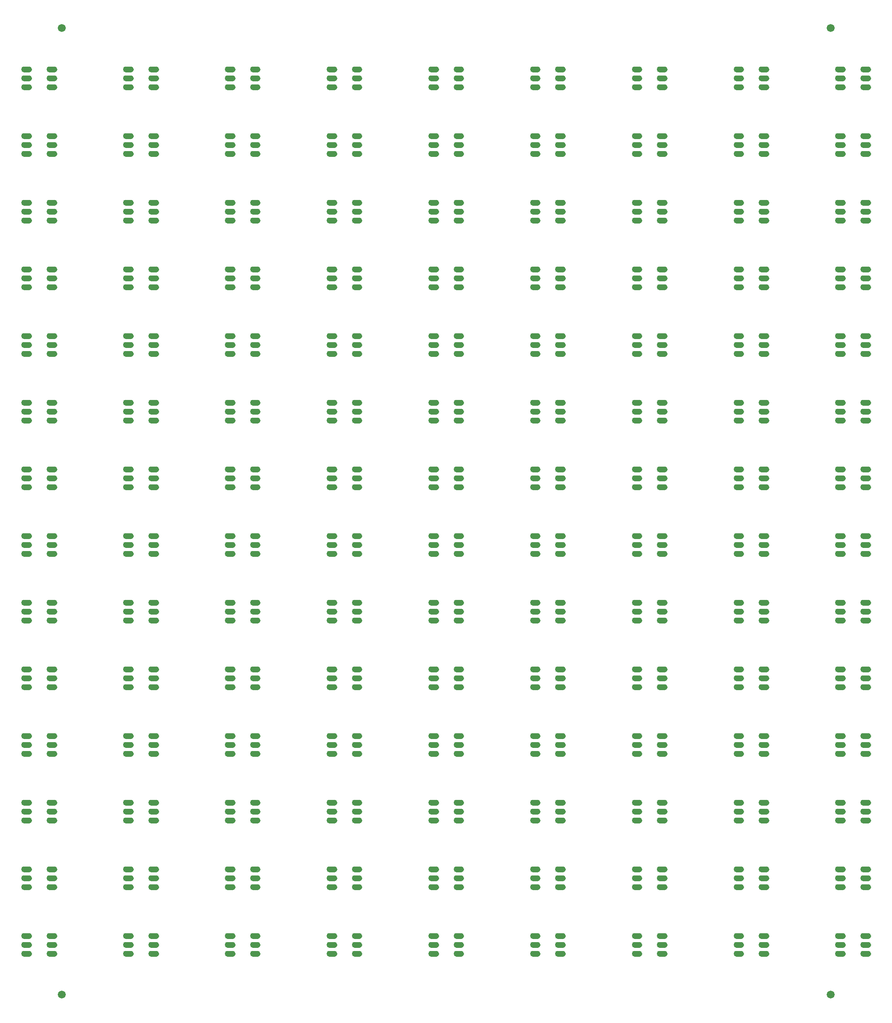
<source format=gbr>
*
%FSLAX24Y24*%
%MOIN*%
%ADD10C,0.043310*%
%ADD11C,0.059060*%
%IPPOS*%
%LNtop-paste.gbr*%
%LPD*%
G75*
G54D10*
X003178Y003969D02*
X003532D01*
X003178D03*
X003532D01*
D03*
Y004638D02*
X003178D01*
D03*
X003532D01*
D03*
Y005307D02*
X003178D01*
D03*
X003532D01*
D03*
X005068D02*
X005422D01*
X005068D03*
X005422D01*
D03*
Y004638D02*
X005068D01*
D03*
X005422D01*
D03*
Y003969D02*
X005068D01*
D03*
X005422D01*
D03*
X003178Y008969D02*
X003532D01*
X003178D03*
X003532D01*
D03*
Y009638D02*
X003178D01*
D03*
X003532D01*
D03*
Y010307D02*
X003178D01*
D03*
X003532D01*
D03*
X005068D02*
X005422D01*
X005068D03*
X005422D01*
D03*
Y009638D02*
X005068D01*
D03*
X005422D01*
D03*
Y008969D02*
X005068D01*
D03*
X005422D01*
D03*
X003178Y013969D02*
X003532D01*
X003178D03*
X003532D01*
D03*
Y014638D02*
X003178D01*
D03*
X003532D01*
D03*
Y015307D02*
X003178D01*
D03*
X003532D01*
D03*
X005068D02*
X005422D01*
X005068D03*
X005422D01*
D03*
Y014638D02*
X005068D01*
D03*
X005422D01*
D03*
Y013969D02*
X005068D01*
D03*
X005422D01*
D03*
X003178Y018969D02*
X003532D01*
X003178D03*
X003532D01*
D03*
Y019638D02*
X003178D01*
D03*
X003532D01*
D03*
Y020307D02*
X003178D01*
D03*
X003532D01*
D03*
X005068D02*
X005422D01*
X005068D03*
X005422D01*
D03*
Y019638D02*
X005068D01*
D03*
X005422D01*
D03*
Y018969D02*
X005068D01*
D03*
X005422D01*
D03*
X003178Y023969D02*
X003532D01*
X003178D03*
X003532D01*
D03*
Y024638D02*
X003178D01*
D03*
X003532D01*
D03*
Y025307D02*
X003178D01*
D03*
X003532D01*
D03*
X005068D02*
X005422D01*
X005068D03*
X005422D01*
D03*
Y024638D02*
X005068D01*
D03*
X005422D01*
D03*
Y023969D02*
X005068D01*
D03*
X005422D01*
D03*
X003178Y028969D02*
X003532D01*
X003178D03*
X003532D01*
D03*
Y029638D02*
X003178D01*
D03*
X003532D01*
D03*
Y030307D02*
X003178D01*
D03*
X003532D01*
D03*
X005068D02*
X005422D01*
X005068D03*
X005422D01*
D03*
Y029638D02*
X005068D01*
D03*
X005422D01*
D03*
Y028969D02*
X005068D01*
D03*
X005422D01*
D03*
X003178Y033969D02*
X003532D01*
X003178D03*
X003532D01*
D03*
Y034638D02*
X003178D01*
D03*
X003532D01*
D03*
Y035307D02*
X003178D01*
D03*
X003532D01*
D03*
X005068D02*
X005422D01*
X005068D03*
X005422D01*
D03*
Y034638D02*
X005068D01*
D03*
X005422D01*
D03*
Y033969D02*
X005068D01*
D03*
X005422D01*
D03*
X003178Y038969D02*
X003532D01*
X003178D03*
X003532D01*
D03*
Y039638D02*
X003178D01*
D03*
X003532D01*
D03*
Y040307D02*
X003178D01*
D03*
X003532D01*
D03*
X005068D02*
X005422D01*
X005068D03*
X005422D01*
D03*
Y039638D02*
X005068D01*
D03*
X005422D01*
D03*
Y038969D02*
X005068D01*
D03*
X005422D01*
D03*
X003178Y043969D02*
X003532D01*
X003178D03*
X003532D01*
D03*
Y044638D02*
X003178D01*
D03*
X003532D01*
D03*
Y045307D02*
X003178D01*
D03*
X003532D01*
D03*
X005068D02*
X005422D01*
X005068D03*
X005422D01*
D03*
Y044638D02*
X005068D01*
D03*
X005422D01*
D03*
Y043969D02*
X005068D01*
D03*
X005422D01*
D03*
X003178Y048969D02*
X003532D01*
X003178D03*
X003532D01*
D03*
Y049638D02*
X003178D01*
D03*
X003532D01*
D03*
Y050307D02*
X003178D01*
D03*
X003532D01*
D03*
X005068D02*
X005422D01*
X005068D03*
X005422D01*
D03*
Y049638D02*
X005068D01*
D03*
X005422D01*
D03*
Y048969D02*
X005068D01*
D03*
X005422D01*
D03*
X003178Y053969D02*
X003532D01*
X003178D03*
X003532D01*
D03*
Y054638D02*
X003178D01*
D03*
X003532D01*
D03*
Y055307D02*
X003178D01*
D03*
X003532D01*
D03*
X005068D02*
X005422D01*
X005068D03*
X005422D01*
D03*
Y054638D02*
X005068D01*
D03*
X005422D01*
D03*
Y053969D02*
X005068D01*
D03*
X005422D01*
D03*
X003178Y058969D02*
X003532D01*
X003178D03*
X003532D01*
D03*
Y059638D02*
X003178D01*
D03*
X003532D01*
D03*
Y060307D02*
X003178D01*
D03*
X003532D01*
D03*
X005068D02*
X005422D01*
X005068D03*
X005422D01*
D03*
Y059638D02*
X005068D01*
D03*
X005422D01*
D03*
Y058969D02*
X005068D01*
D03*
X005422D01*
D03*
X003178Y063969D02*
X003532D01*
X003178D03*
X003532D01*
D03*
Y064638D02*
X003178D01*
D03*
X003532D01*
D03*
Y065307D02*
X003178D01*
D03*
X003532D01*
D03*
X005068D02*
X005422D01*
X005068D03*
X005422D01*
D03*
Y064638D02*
X005068D01*
D03*
X005422D01*
D03*
Y063969D02*
X005068D01*
D03*
X005422D01*
D03*
X003178Y068969D02*
X003532D01*
X003178D03*
X003532D01*
D03*
Y069638D02*
X003178D01*
D03*
X003532D01*
D03*
Y070307D02*
X003178D01*
D03*
X003532D01*
D03*
X005068D02*
X005422D01*
X005068D03*
X005422D01*
D03*
Y069638D02*
X005068D01*
D03*
X005422D01*
D03*
Y068969D02*
X005068D01*
D03*
X005422D01*
D03*
X010808Y003969D02*
X011162D01*
X010808D03*
X011162D01*
D03*
Y004638D02*
X010808D01*
D03*
X011162D01*
D03*
Y005307D02*
X010808D01*
D03*
X011162D01*
D03*
X012698D02*
X013052D01*
X012698D03*
X013052D01*
D03*
Y004638D02*
X012698D01*
D03*
X013052D01*
D03*
Y003969D02*
X012698D01*
D03*
X013052D01*
D03*
X010808Y008969D02*
X011162D01*
X010808D03*
X011162D01*
D03*
Y009638D02*
X010808D01*
D03*
X011162D01*
D03*
Y010307D02*
X010808D01*
D03*
X011162D01*
D03*
X012698D02*
X013052D01*
X012698D03*
X013052D01*
D03*
Y009638D02*
X012698D01*
D03*
X013052D01*
D03*
Y008969D02*
X012698D01*
D03*
X013052D01*
D03*
X010808Y013969D02*
X011162D01*
X010808D03*
X011162D01*
D03*
Y014638D02*
X010808D01*
D03*
X011162D01*
D03*
Y015307D02*
X010808D01*
D03*
X011162D01*
D03*
X012698D02*
X013052D01*
X012698D03*
X013052D01*
D03*
Y014638D02*
X012698D01*
D03*
X013052D01*
D03*
Y013969D02*
X012698D01*
D03*
X013052D01*
D03*
X010808Y018969D02*
X011162D01*
X010808D03*
X011162D01*
D03*
Y019638D02*
X010808D01*
D03*
X011162D01*
D03*
Y020307D02*
X010808D01*
D03*
X011162D01*
D03*
X012698D02*
X013052D01*
X012698D03*
X013052D01*
D03*
Y019638D02*
X012698D01*
D03*
X013052D01*
D03*
Y018969D02*
X012698D01*
D03*
X013052D01*
D03*
X010808Y023969D02*
X011162D01*
X010808D03*
X011162D01*
D03*
Y024638D02*
X010808D01*
D03*
X011162D01*
D03*
Y025307D02*
X010808D01*
D03*
X011162D01*
D03*
X012698D02*
X013052D01*
X012698D03*
X013052D01*
D03*
Y024638D02*
X012698D01*
D03*
X013052D01*
D03*
Y023969D02*
X012698D01*
D03*
X013052D01*
D03*
X010808Y028969D02*
X011162D01*
X010808D03*
X011162D01*
D03*
Y029638D02*
X010808D01*
D03*
X011162D01*
D03*
Y030307D02*
X010808D01*
D03*
X011162D01*
D03*
X012698D02*
X013052D01*
X012698D03*
X013052D01*
D03*
Y029638D02*
X012698D01*
D03*
X013052D01*
D03*
Y028969D02*
X012698D01*
D03*
X013052D01*
D03*
X010808Y033969D02*
X011162D01*
X010808D03*
X011162D01*
D03*
Y034638D02*
X010808D01*
D03*
X011162D01*
D03*
Y035307D02*
X010808D01*
D03*
X011162D01*
D03*
X012698D02*
X013052D01*
X012698D03*
X013052D01*
D03*
Y034638D02*
X012698D01*
D03*
X013052D01*
D03*
Y033969D02*
X012698D01*
D03*
X013052D01*
D03*
X010808Y038969D02*
X011162D01*
X010808D03*
X011162D01*
D03*
Y039638D02*
X010808D01*
D03*
X011162D01*
D03*
Y040307D02*
X010808D01*
D03*
X011162D01*
D03*
X012698D02*
X013052D01*
X012698D03*
X013052D01*
D03*
Y039638D02*
X012698D01*
D03*
X013052D01*
D03*
Y038969D02*
X012698D01*
D03*
X013052D01*
D03*
X010808Y043969D02*
X011162D01*
X010808D03*
X011162D01*
D03*
Y044638D02*
X010808D01*
D03*
X011162D01*
D03*
Y045307D02*
X010808D01*
D03*
X011162D01*
D03*
X012698D02*
X013052D01*
X012698D03*
X013052D01*
D03*
Y044638D02*
X012698D01*
D03*
X013052D01*
D03*
Y043969D02*
X012698D01*
D03*
X013052D01*
D03*
X010808Y048969D02*
X011162D01*
X010808D03*
X011162D01*
D03*
Y049638D02*
X010808D01*
D03*
X011162D01*
D03*
Y050307D02*
X010808D01*
D03*
X011162D01*
D03*
X012698D02*
X013052D01*
X012698D03*
X013052D01*
D03*
Y049638D02*
X012698D01*
D03*
X013052D01*
D03*
Y048969D02*
X012698D01*
D03*
X013052D01*
D03*
X010808Y053969D02*
X011162D01*
X010808D03*
X011162D01*
D03*
Y054638D02*
X010808D01*
D03*
X011162D01*
D03*
Y055307D02*
X010808D01*
D03*
X011162D01*
D03*
X012698D02*
X013052D01*
X012698D03*
X013052D01*
D03*
Y054638D02*
X012698D01*
D03*
X013052D01*
D03*
Y053969D02*
X012698D01*
D03*
X013052D01*
D03*
X010808Y058969D02*
X011162D01*
X010808D03*
X011162D01*
D03*
Y059638D02*
X010808D01*
D03*
X011162D01*
D03*
Y060307D02*
X010808D01*
D03*
X011162D01*
D03*
X012698D02*
X013052D01*
X012698D03*
X013052D01*
D03*
Y059638D02*
X012698D01*
D03*
X013052D01*
D03*
Y058969D02*
X012698D01*
D03*
X013052D01*
D03*
X010808Y063969D02*
X011162D01*
X010808D03*
X011162D01*
D03*
Y064638D02*
X010808D01*
D03*
X011162D01*
D03*
Y065307D02*
X010808D01*
D03*
X011162D01*
D03*
X012698D02*
X013052D01*
X012698D03*
X013052D01*
D03*
Y064638D02*
X012698D01*
D03*
X013052D01*
D03*
Y063969D02*
X012698D01*
D03*
X013052D01*
D03*
X010808Y068969D02*
X011162D01*
X010808D03*
X011162D01*
D03*
Y069638D02*
X010808D01*
D03*
X011162D01*
D03*
Y070307D02*
X010808D01*
D03*
X011162D01*
D03*
X012698D02*
X013052D01*
X012698D03*
X013052D01*
D03*
Y069638D02*
X012698D01*
D03*
X013052D01*
D03*
Y068969D02*
X012698D01*
D03*
X013052D01*
D03*
X018438Y003969D02*
X018792D01*
X018438D03*
X018792D01*
D03*
Y004638D02*
X018438D01*
D03*
X018792D01*
D03*
Y005307D02*
X018438D01*
D03*
X018792D01*
D03*
X020328D02*
X020682D01*
X020328D03*
X020682D01*
D03*
Y004638D02*
X020328D01*
D03*
X020682D01*
D03*
Y003969D02*
X020328D01*
D03*
X020682D01*
D03*
X018438Y008969D02*
X018792D01*
X018438D03*
X018792D01*
D03*
Y009638D02*
X018438D01*
D03*
X018792D01*
D03*
Y010307D02*
X018438D01*
D03*
X018792D01*
D03*
X020328D02*
X020682D01*
X020328D03*
X020682D01*
D03*
Y009638D02*
X020328D01*
D03*
X020682D01*
D03*
Y008969D02*
X020328D01*
D03*
X020682D01*
D03*
X018438Y013969D02*
X018792D01*
X018438D03*
X018792D01*
D03*
Y014638D02*
X018438D01*
D03*
X018792D01*
D03*
Y015307D02*
X018438D01*
D03*
X018792D01*
D03*
X020328D02*
X020682D01*
X020328D03*
X020682D01*
D03*
Y014638D02*
X020328D01*
D03*
X020682D01*
D03*
Y013969D02*
X020328D01*
D03*
X020682D01*
D03*
X018438Y018969D02*
X018792D01*
X018438D03*
X018792D01*
D03*
Y019638D02*
X018438D01*
D03*
X018792D01*
D03*
Y020307D02*
X018438D01*
D03*
X018792D01*
D03*
X020328D02*
X020682D01*
X020328D03*
X020682D01*
D03*
Y019638D02*
X020328D01*
D03*
X020682D01*
D03*
Y018969D02*
X020328D01*
D03*
X020682D01*
D03*
X018438Y023969D02*
X018792D01*
X018438D03*
X018792D01*
D03*
Y024638D02*
X018438D01*
D03*
X018792D01*
D03*
Y025307D02*
X018438D01*
D03*
X018792D01*
D03*
X020328D02*
X020682D01*
X020328D03*
X020682D01*
D03*
Y024638D02*
X020328D01*
D03*
X020682D01*
D03*
Y023969D02*
X020328D01*
D03*
X020682D01*
D03*
X018438Y028969D02*
X018792D01*
X018438D03*
X018792D01*
D03*
Y029638D02*
X018438D01*
D03*
X018792D01*
D03*
Y030307D02*
X018438D01*
D03*
X018792D01*
D03*
X020328D02*
X020682D01*
X020328D03*
X020682D01*
D03*
Y029638D02*
X020328D01*
D03*
X020682D01*
D03*
Y028969D02*
X020328D01*
D03*
X020682D01*
D03*
X018438Y033969D02*
X018792D01*
X018438D03*
X018792D01*
D03*
Y034638D02*
X018438D01*
D03*
X018792D01*
D03*
Y035307D02*
X018438D01*
D03*
X018792D01*
D03*
X020328D02*
X020682D01*
X020328D03*
X020682D01*
D03*
Y034638D02*
X020328D01*
D03*
X020682D01*
D03*
Y033969D02*
X020328D01*
D03*
X020682D01*
D03*
X018438Y038969D02*
X018792D01*
X018438D03*
X018792D01*
D03*
Y039638D02*
X018438D01*
D03*
X018792D01*
D03*
Y040307D02*
X018438D01*
D03*
X018792D01*
D03*
X020328D02*
X020682D01*
X020328D03*
X020682D01*
D03*
Y039638D02*
X020328D01*
D03*
X020682D01*
D03*
Y038969D02*
X020328D01*
D03*
X020682D01*
D03*
X018438Y043969D02*
X018792D01*
X018438D03*
X018792D01*
D03*
Y044638D02*
X018438D01*
D03*
X018792D01*
D03*
Y045307D02*
X018438D01*
D03*
X018792D01*
D03*
X020328D02*
X020682D01*
X020328D03*
X020682D01*
D03*
Y044638D02*
X020328D01*
D03*
X020682D01*
D03*
Y043969D02*
X020328D01*
D03*
X020682D01*
D03*
X018438Y048969D02*
X018792D01*
X018438D03*
X018792D01*
D03*
Y049638D02*
X018438D01*
D03*
X018792D01*
D03*
Y050307D02*
X018438D01*
D03*
X018792D01*
D03*
X020328D02*
X020682D01*
X020328D03*
X020682D01*
D03*
Y049638D02*
X020328D01*
D03*
X020682D01*
D03*
Y048969D02*
X020328D01*
D03*
X020682D01*
D03*
X018438Y053969D02*
X018792D01*
X018438D03*
X018792D01*
D03*
Y054638D02*
X018438D01*
D03*
X018792D01*
D03*
Y055307D02*
X018438D01*
D03*
X018792D01*
D03*
X020328D02*
X020682D01*
X020328D03*
X020682D01*
D03*
Y054638D02*
X020328D01*
D03*
X020682D01*
D03*
Y053969D02*
X020328D01*
D03*
X020682D01*
D03*
X018438Y058969D02*
X018792D01*
X018438D03*
X018792D01*
D03*
Y059638D02*
X018438D01*
D03*
X018792D01*
D03*
Y060307D02*
X018438D01*
D03*
X018792D01*
D03*
X020328D02*
X020682D01*
X020328D03*
X020682D01*
D03*
Y059638D02*
X020328D01*
D03*
X020682D01*
D03*
Y058969D02*
X020328D01*
D03*
X020682D01*
D03*
X018438Y063969D02*
X018792D01*
X018438D03*
X018792D01*
D03*
Y064638D02*
X018438D01*
D03*
X018792D01*
D03*
Y065307D02*
X018438D01*
D03*
X018792D01*
D03*
X020328D02*
X020682D01*
X020328D03*
X020682D01*
D03*
Y064638D02*
X020328D01*
D03*
X020682D01*
D03*
Y063969D02*
X020328D01*
D03*
X020682D01*
D03*
X018438Y068969D02*
X018792D01*
X018438D03*
X018792D01*
D03*
Y069638D02*
X018438D01*
D03*
X018792D01*
D03*
Y070307D02*
X018438D01*
D03*
X018792D01*
D03*
X020328D02*
X020682D01*
X020328D03*
X020682D01*
D03*
Y069638D02*
X020328D01*
D03*
X020682D01*
D03*
Y068969D02*
X020328D01*
D03*
X020682D01*
D03*
X026068Y003969D02*
X026422D01*
X026068D03*
X026422D01*
D03*
Y004638D02*
X026068D01*
D03*
X026422D01*
D03*
Y005307D02*
X026068D01*
D03*
X026422D01*
D03*
X027958D02*
X028312D01*
X027958D03*
X028312D01*
D03*
Y004638D02*
X027958D01*
D03*
X028312D01*
D03*
Y003969D02*
X027958D01*
D03*
X028312D01*
D03*
X026068Y008969D02*
X026422D01*
X026068D03*
X026422D01*
D03*
Y009638D02*
X026068D01*
D03*
X026422D01*
D03*
Y010307D02*
X026068D01*
D03*
X026422D01*
D03*
X027958D02*
X028312D01*
X027958D03*
X028312D01*
D03*
Y009638D02*
X027958D01*
D03*
X028312D01*
D03*
Y008969D02*
X027958D01*
D03*
X028312D01*
D03*
X026068Y013969D02*
X026422D01*
X026068D03*
X026422D01*
D03*
Y014638D02*
X026068D01*
D03*
X026422D01*
D03*
Y015307D02*
X026068D01*
D03*
X026422D01*
D03*
X027958D02*
X028312D01*
X027958D03*
X028312D01*
D03*
Y014638D02*
X027958D01*
D03*
X028312D01*
D03*
Y013969D02*
X027958D01*
D03*
X028312D01*
D03*
X026068Y018969D02*
X026422D01*
X026068D03*
X026422D01*
D03*
Y019638D02*
X026068D01*
D03*
X026422D01*
D03*
Y020307D02*
X026068D01*
D03*
X026422D01*
D03*
X027958D02*
X028312D01*
X027958D03*
X028312D01*
D03*
Y019638D02*
X027958D01*
D03*
X028312D01*
D03*
Y018969D02*
X027958D01*
D03*
X028312D01*
D03*
X026068Y023969D02*
X026422D01*
X026068D03*
X026422D01*
D03*
Y024638D02*
X026068D01*
D03*
X026422D01*
D03*
Y025307D02*
X026068D01*
D03*
X026422D01*
D03*
X027958D02*
X028312D01*
X027958D03*
X028312D01*
D03*
Y024638D02*
X027958D01*
D03*
X028312D01*
D03*
Y023969D02*
X027958D01*
D03*
X028312D01*
D03*
X026068Y028969D02*
X026422D01*
X026068D03*
X026422D01*
D03*
Y029638D02*
X026068D01*
D03*
X026422D01*
D03*
Y030307D02*
X026068D01*
D03*
X026422D01*
D03*
X027958D02*
X028312D01*
X027958D03*
X028312D01*
D03*
Y029638D02*
X027958D01*
D03*
X028312D01*
D03*
Y028969D02*
X027958D01*
D03*
X028312D01*
D03*
X026068Y033969D02*
X026422D01*
X026068D03*
X026422D01*
D03*
Y034638D02*
X026068D01*
D03*
X026422D01*
D03*
Y035307D02*
X026068D01*
D03*
X026422D01*
D03*
X027958D02*
X028312D01*
X027958D03*
X028312D01*
D03*
Y034638D02*
X027958D01*
D03*
X028312D01*
D03*
Y033969D02*
X027958D01*
D03*
X028312D01*
D03*
X026068Y038969D02*
X026422D01*
X026068D03*
X026422D01*
D03*
Y039638D02*
X026068D01*
D03*
X026422D01*
D03*
Y040307D02*
X026068D01*
D03*
X026422D01*
D03*
X027958D02*
X028312D01*
X027958D03*
X028312D01*
D03*
Y039638D02*
X027958D01*
D03*
X028312D01*
D03*
Y038969D02*
X027958D01*
D03*
X028312D01*
D03*
X026068Y043969D02*
X026422D01*
X026068D03*
X026422D01*
D03*
Y044638D02*
X026068D01*
D03*
X026422D01*
D03*
Y045307D02*
X026068D01*
D03*
X026422D01*
D03*
X027958D02*
X028312D01*
X027958D03*
X028312D01*
D03*
Y044638D02*
X027958D01*
D03*
X028312D01*
D03*
Y043969D02*
X027958D01*
D03*
X028312D01*
D03*
X026068Y048969D02*
X026422D01*
X026068D03*
X026422D01*
D03*
Y049638D02*
X026068D01*
D03*
X026422D01*
D03*
Y050307D02*
X026068D01*
D03*
X026422D01*
D03*
X027958D02*
X028312D01*
X027958D03*
X028312D01*
D03*
Y049638D02*
X027958D01*
D03*
X028312D01*
D03*
Y048969D02*
X027958D01*
D03*
X028312D01*
D03*
X026068Y053969D02*
X026422D01*
X026068D03*
X026422D01*
D03*
Y054638D02*
X026068D01*
D03*
X026422D01*
D03*
Y055307D02*
X026068D01*
D03*
X026422D01*
D03*
X027958D02*
X028312D01*
X027958D03*
X028312D01*
D03*
Y054638D02*
X027958D01*
D03*
X028312D01*
D03*
Y053969D02*
X027958D01*
D03*
X028312D01*
D03*
X026068Y058969D02*
X026422D01*
X026068D03*
X026422D01*
D03*
Y059638D02*
X026068D01*
D03*
X026422D01*
D03*
Y060307D02*
X026068D01*
D03*
X026422D01*
D03*
X027958D02*
X028312D01*
X027958D03*
X028312D01*
D03*
Y059638D02*
X027958D01*
D03*
X028312D01*
D03*
Y058969D02*
X027958D01*
D03*
X028312D01*
D03*
X026068Y063969D02*
X026422D01*
X026068D03*
X026422D01*
D03*
Y064638D02*
X026068D01*
D03*
X026422D01*
D03*
Y065307D02*
X026068D01*
D03*
X026422D01*
D03*
X027958D02*
X028312D01*
X027958D03*
X028312D01*
D03*
Y064638D02*
X027958D01*
D03*
X028312D01*
D03*
Y063969D02*
X027958D01*
D03*
X028312D01*
D03*
X026068Y068969D02*
X026422D01*
X026068D03*
X026422D01*
D03*
Y069638D02*
X026068D01*
D03*
X026422D01*
D03*
Y070307D02*
X026068D01*
D03*
X026422D01*
D03*
X027958D02*
X028312D01*
X027958D03*
X028312D01*
D03*
Y069638D02*
X027958D01*
D03*
X028312D01*
D03*
Y068969D02*
X027958D01*
D03*
X028312D01*
D03*
X033698Y003969D02*
X034052D01*
X033698D03*
X034052D01*
D03*
Y004638D02*
X033698D01*
D03*
X034052D01*
D03*
Y005307D02*
X033698D01*
D03*
X034052D01*
D03*
X035588D02*
X035942D01*
X035588D03*
X035942D01*
D03*
Y004638D02*
X035588D01*
D03*
X035942D01*
D03*
Y003969D02*
X035588D01*
D03*
X035942D01*
D03*
X033698Y008969D02*
X034052D01*
X033698D03*
X034052D01*
D03*
Y009638D02*
X033698D01*
D03*
X034052D01*
D03*
Y010307D02*
X033698D01*
D03*
X034052D01*
D03*
X035588D02*
X035942D01*
X035588D03*
X035942D01*
D03*
Y009638D02*
X035588D01*
D03*
X035942D01*
D03*
Y008969D02*
X035588D01*
D03*
X035942D01*
D03*
X033698Y013969D02*
X034052D01*
X033698D03*
X034052D01*
D03*
Y014638D02*
X033698D01*
D03*
X034052D01*
D03*
Y015307D02*
X033698D01*
D03*
X034052D01*
D03*
X035588D02*
X035942D01*
X035588D03*
X035942D01*
D03*
Y014638D02*
X035588D01*
D03*
X035942D01*
D03*
Y013969D02*
X035588D01*
D03*
X035942D01*
D03*
X033698Y018969D02*
X034052D01*
X033698D03*
X034052D01*
D03*
Y019638D02*
X033698D01*
D03*
X034052D01*
D03*
Y020307D02*
X033698D01*
D03*
X034052D01*
D03*
X035588D02*
X035942D01*
X035588D03*
X035942D01*
D03*
Y019638D02*
X035588D01*
D03*
X035942D01*
D03*
Y018969D02*
X035588D01*
D03*
X035942D01*
D03*
X033698Y023969D02*
X034052D01*
X033698D03*
X034052D01*
D03*
Y024638D02*
X033698D01*
D03*
X034052D01*
D03*
Y025307D02*
X033698D01*
D03*
X034052D01*
D03*
X035588D02*
X035942D01*
X035588D03*
X035942D01*
D03*
Y024638D02*
X035588D01*
D03*
X035942D01*
D03*
Y023969D02*
X035588D01*
D03*
X035942D01*
D03*
X033698Y028969D02*
X034052D01*
X033698D03*
X034052D01*
D03*
Y029638D02*
X033698D01*
D03*
X034052D01*
D03*
Y030307D02*
X033698D01*
D03*
X034052D01*
D03*
X035588D02*
X035942D01*
X035588D03*
X035942D01*
D03*
Y029638D02*
X035588D01*
D03*
X035942D01*
D03*
Y028969D02*
X035588D01*
D03*
X035942D01*
D03*
X033698Y033969D02*
X034052D01*
X033698D03*
X034052D01*
D03*
Y034638D02*
X033698D01*
D03*
X034052D01*
D03*
Y035307D02*
X033698D01*
D03*
X034052D01*
D03*
X035588D02*
X035942D01*
X035588D03*
X035942D01*
D03*
Y034638D02*
X035588D01*
D03*
X035942D01*
D03*
Y033969D02*
X035588D01*
D03*
X035942D01*
D03*
X033698Y038969D02*
X034052D01*
X033698D03*
X034052D01*
D03*
Y039638D02*
X033698D01*
D03*
X034052D01*
D03*
Y040307D02*
X033698D01*
D03*
X034052D01*
D03*
X035588D02*
X035942D01*
X035588D03*
X035942D01*
D03*
Y039638D02*
X035588D01*
D03*
X035942D01*
D03*
Y038969D02*
X035588D01*
D03*
X035942D01*
D03*
X033698Y043969D02*
X034052D01*
X033698D03*
X034052D01*
D03*
Y044638D02*
X033698D01*
D03*
X034052D01*
D03*
Y045307D02*
X033698D01*
D03*
X034052D01*
D03*
X035588D02*
X035942D01*
X035588D03*
X035942D01*
D03*
Y044638D02*
X035588D01*
D03*
X035942D01*
D03*
Y043969D02*
X035588D01*
D03*
X035942D01*
D03*
X033698Y048969D02*
X034052D01*
X033698D03*
X034052D01*
D03*
Y049638D02*
X033698D01*
D03*
X034052D01*
D03*
Y050307D02*
X033698D01*
D03*
X034052D01*
D03*
X035588D02*
X035942D01*
X035588D03*
X035942D01*
D03*
Y049638D02*
X035588D01*
D03*
X035942D01*
D03*
Y048969D02*
X035588D01*
D03*
X035942D01*
D03*
X033698Y053969D02*
X034052D01*
X033698D03*
X034052D01*
D03*
Y054638D02*
X033698D01*
D03*
X034052D01*
D03*
Y055307D02*
X033698D01*
D03*
X034052D01*
D03*
X035588D02*
X035942D01*
X035588D03*
X035942D01*
D03*
Y054638D02*
X035588D01*
D03*
X035942D01*
D03*
Y053969D02*
X035588D01*
D03*
X035942D01*
D03*
X033698Y058969D02*
X034052D01*
X033698D03*
X034052D01*
D03*
Y059638D02*
X033698D01*
D03*
X034052D01*
D03*
Y060307D02*
X033698D01*
D03*
X034052D01*
D03*
X035588D02*
X035942D01*
X035588D03*
X035942D01*
D03*
Y059638D02*
X035588D01*
D03*
X035942D01*
D03*
Y058969D02*
X035588D01*
D03*
X035942D01*
D03*
X033698Y063969D02*
X034052D01*
X033698D03*
X034052D01*
D03*
Y064638D02*
X033698D01*
D03*
X034052D01*
D03*
Y065307D02*
X033698D01*
D03*
X034052D01*
D03*
X035588D02*
X035942D01*
X035588D03*
X035942D01*
D03*
Y064638D02*
X035588D01*
D03*
X035942D01*
D03*
Y063969D02*
X035588D01*
D03*
X035942D01*
D03*
X033698Y068969D02*
X034052D01*
X033698D03*
X034052D01*
D03*
Y069638D02*
X033698D01*
D03*
X034052D01*
D03*
Y070307D02*
X033698D01*
D03*
X034052D01*
D03*
X035588D02*
X035942D01*
X035588D03*
X035942D01*
D03*
Y069638D02*
X035588D01*
D03*
X035942D01*
D03*
Y068969D02*
X035588D01*
D03*
X035942D01*
D03*
X041328Y003969D02*
X041682D01*
X041328D03*
X041682D01*
D03*
Y004638D02*
X041328D01*
D03*
X041682D01*
D03*
Y005307D02*
X041328D01*
D03*
X041682D01*
D03*
X043218D02*
X043572D01*
X043218D03*
X043572D01*
D03*
Y004638D02*
X043218D01*
D03*
X043572D01*
D03*
Y003969D02*
X043218D01*
D03*
X043572D01*
D03*
X041328Y008969D02*
X041682D01*
X041328D03*
X041682D01*
D03*
Y009638D02*
X041328D01*
D03*
X041682D01*
D03*
Y010307D02*
X041328D01*
D03*
X041682D01*
D03*
X043218D02*
X043572D01*
X043218D03*
X043572D01*
D03*
Y009638D02*
X043218D01*
D03*
X043572D01*
D03*
Y008969D02*
X043218D01*
D03*
X043572D01*
D03*
X041328Y013969D02*
X041682D01*
X041328D03*
X041682D01*
D03*
Y014638D02*
X041328D01*
D03*
X041682D01*
D03*
Y015307D02*
X041328D01*
D03*
X041682D01*
D03*
X043218D02*
X043572D01*
X043218D03*
X043572D01*
D03*
Y014638D02*
X043218D01*
D03*
X043572D01*
D03*
Y013969D02*
X043218D01*
D03*
X043572D01*
D03*
X041328Y018969D02*
X041682D01*
X041328D03*
X041682D01*
D03*
Y019638D02*
X041328D01*
D03*
X041682D01*
D03*
Y020307D02*
X041328D01*
D03*
X041682D01*
D03*
X043218D02*
X043572D01*
X043218D03*
X043572D01*
D03*
Y019638D02*
X043218D01*
D03*
X043572D01*
D03*
Y018969D02*
X043218D01*
D03*
X043572D01*
D03*
X041328Y023969D02*
X041682D01*
X041328D03*
X041682D01*
D03*
Y024638D02*
X041328D01*
D03*
X041682D01*
D03*
Y025307D02*
X041328D01*
D03*
X041682D01*
D03*
X043218D02*
X043572D01*
X043218D03*
X043572D01*
D03*
Y024638D02*
X043218D01*
D03*
X043572D01*
D03*
Y023969D02*
X043218D01*
D03*
X043572D01*
D03*
X041328Y028969D02*
X041682D01*
X041328D03*
X041682D01*
D03*
Y029638D02*
X041328D01*
D03*
X041682D01*
D03*
Y030307D02*
X041328D01*
D03*
X041682D01*
D03*
X043218D02*
X043572D01*
X043218D03*
X043572D01*
D03*
Y029638D02*
X043218D01*
D03*
X043572D01*
D03*
Y028969D02*
X043218D01*
D03*
X043572D01*
D03*
X041328Y033969D02*
X041682D01*
X041328D03*
X041682D01*
D03*
Y034638D02*
X041328D01*
D03*
X041682D01*
D03*
Y035307D02*
X041328D01*
D03*
X041682D01*
D03*
X043218D02*
X043572D01*
X043218D03*
X043572D01*
D03*
Y034638D02*
X043218D01*
D03*
X043572D01*
D03*
Y033969D02*
X043218D01*
D03*
X043572D01*
D03*
X041328Y038969D02*
X041682D01*
X041328D03*
X041682D01*
D03*
Y039638D02*
X041328D01*
D03*
X041682D01*
D03*
Y040307D02*
X041328D01*
D03*
X041682D01*
D03*
X043218D02*
X043572D01*
X043218D03*
X043572D01*
D03*
Y039638D02*
X043218D01*
D03*
X043572D01*
D03*
Y038969D02*
X043218D01*
D03*
X043572D01*
D03*
X041328Y043969D02*
X041682D01*
X041328D03*
X041682D01*
D03*
Y044638D02*
X041328D01*
D03*
X041682D01*
D03*
Y045307D02*
X041328D01*
D03*
X041682D01*
D03*
X043218D02*
X043572D01*
X043218D03*
X043572D01*
D03*
Y044638D02*
X043218D01*
D03*
X043572D01*
D03*
Y043969D02*
X043218D01*
D03*
X043572D01*
D03*
X041328Y048969D02*
X041682D01*
X041328D03*
X041682D01*
D03*
Y049638D02*
X041328D01*
D03*
X041682D01*
D03*
Y050307D02*
X041328D01*
D03*
X041682D01*
D03*
X043218D02*
X043572D01*
X043218D03*
X043572D01*
D03*
Y049638D02*
X043218D01*
D03*
X043572D01*
D03*
Y048969D02*
X043218D01*
D03*
X043572D01*
D03*
X041328Y053969D02*
X041682D01*
X041328D03*
X041682D01*
D03*
Y054638D02*
X041328D01*
D03*
X041682D01*
D03*
Y055307D02*
X041328D01*
D03*
X041682D01*
D03*
X043218D02*
X043572D01*
X043218D03*
X043572D01*
D03*
Y054638D02*
X043218D01*
D03*
X043572D01*
D03*
Y053969D02*
X043218D01*
D03*
X043572D01*
D03*
X041328Y058969D02*
X041682D01*
X041328D03*
X041682D01*
D03*
Y059638D02*
X041328D01*
D03*
X041682D01*
D03*
Y060307D02*
X041328D01*
D03*
X041682D01*
D03*
X043218D02*
X043572D01*
X043218D03*
X043572D01*
D03*
Y059638D02*
X043218D01*
D03*
X043572D01*
D03*
Y058969D02*
X043218D01*
D03*
X043572D01*
D03*
X041328Y063969D02*
X041682D01*
X041328D03*
X041682D01*
D03*
Y064638D02*
X041328D01*
D03*
X041682D01*
D03*
Y065307D02*
X041328D01*
D03*
X041682D01*
D03*
X043218D02*
X043572D01*
X043218D03*
X043572D01*
D03*
Y064638D02*
X043218D01*
D03*
X043572D01*
D03*
Y063969D02*
X043218D01*
D03*
X043572D01*
D03*
X041328Y068969D02*
X041682D01*
X041328D03*
X041682D01*
D03*
Y069638D02*
X041328D01*
D03*
X041682D01*
D03*
Y070307D02*
X041328D01*
D03*
X041682D01*
D03*
X043218D02*
X043572D01*
X043218D03*
X043572D01*
D03*
Y069638D02*
X043218D01*
D03*
X043572D01*
D03*
Y068969D02*
X043218D01*
D03*
X043572D01*
D03*
X048958Y003969D02*
X049312D01*
X048958D03*
X049312D01*
D03*
Y004638D02*
X048958D01*
D03*
X049312D01*
D03*
Y005307D02*
X048958D01*
D03*
X049312D01*
D03*
X050848D02*
X051202D01*
X050848D03*
X051202D01*
D03*
Y004638D02*
X050848D01*
D03*
X051202D01*
D03*
Y003969D02*
X050848D01*
D03*
X051202D01*
D03*
X048958Y008969D02*
X049312D01*
X048958D03*
X049312D01*
D03*
Y009638D02*
X048958D01*
D03*
X049312D01*
D03*
Y010307D02*
X048958D01*
D03*
X049312D01*
D03*
X050848D02*
X051202D01*
X050848D03*
X051202D01*
D03*
Y009638D02*
X050848D01*
D03*
X051202D01*
D03*
Y008969D02*
X050848D01*
D03*
X051202D01*
D03*
X048958Y013969D02*
X049312D01*
X048958D03*
X049312D01*
D03*
Y014638D02*
X048958D01*
D03*
X049312D01*
D03*
Y015307D02*
X048958D01*
D03*
X049312D01*
D03*
X050848D02*
X051202D01*
X050848D03*
X051202D01*
D03*
Y014638D02*
X050848D01*
D03*
X051202D01*
D03*
Y013969D02*
X050848D01*
D03*
X051202D01*
D03*
X048958Y018969D02*
X049312D01*
X048958D03*
X049312D01*
D03*
Y019638D02*
X048958D01*
D03*
X049312D01*
D03*
Y020307D02*
X048958D01*
D03*
X049312D01*
D03*
X050848D02*
X051202D01*
X050848D03*
X051202D01*
D03*
Y019638D02*
X050848D01*
D03*
X051202D01*
D03*
Y018969D02*
X050848D01*
D03*
X051202D01*
D03*
X048958Y023969D02*
X049312D01*
X048958D03*
X049312D01*
D03*
Y024638D02*
X048958D01*
D03*
X049312D01*
D03*
Y025307D02*
X048958D01*
D03*
X049312D01*
D03*
X050848D02*
X051202D01*
X050848D03*
X051202D01*
D03*
Y024638D02*
X050848D01*
D03*
X051202D01*
D03*
Y023969D02*
X050848D01*
D03*
X051202D01*
D03*
X048958Y028969D02*
X049312D01*
X048958D03*
X049312D01*
D03*
Y029638D02*
X048958D01*
D03*
X049312D01*
D03*
Y030307D02*
X048958D01*
D03*
X049312D01*
D03*
X050848D02*
X051202D01*
X050848D03*
X051202D01*
D03*
Y029638D02*
X050848D01*
D03*
X051202D01*
D03*
Y028969D02*
X050848D01*
D03*
X051202D01*
D03*
X048958Y033969D02*
X049312D01*
X048958D03*
X049312D01*
D03*
Y034638D02*
X048958D01*
D03*
X049312D01*
D03*
Y035307D02*
X048958D01*
D03*
X049312D01*
D03*
X050848D02*
X051202D01*
X050848D03*
X051202D01*
D03*
Y034638D02*
X050848D01*
D03*
X051202D01*
D03*
Y033969D02*
X050848D01*
D03*
X051202D01*
D03*
X048958Y038969D02*
X049312D01*
X048958D03*
X049312D01*
D03*
Y039638D02*
X048958D01*
D03*
X049312D01*
D03*
Y040307D02*
X048958D01*
D03*
X049312D01*
D03*
X050848D02*
X051202D01*
X050848D03*
X051202D01*
D03*
Y039638D02*
X050848D01*
D03*
X051202D01*
D03*
Y038969D02*
X050848D01*
D03*
X051202D01*
D03*
X048958Y043969D02*
X049312D01*
X048958D03*
X049312D01*
D03*
Y044638D02*
X048958D01*
D03*
X049312D01*
D03*
Y045307D02*
X048958D01*
D03*
X049312D01*
D03*
X050848D02*
X051202D01*
X050848D03*
X051202D01*
D03*
Y044638D02*
X050848D01*
D03*
X051202D01*
D03*
Y043969D02*
X050848D01*
D03*
X051202D01*
D03*
X048958Y048969D02*
X049312D01*
X048958D03*
X049312D01*
D03*
Y049638D02*
X048958D01*
D03*
X049312D01*
D03*
Y050307D02*
X048958D01*
D03*
X049312D01*
D03*
X050848D02*
X051202D01*
X050848D03*
X051202D01*
D03*
Y049638D02*
X050848D01*
D03*
X051202D01*
D03*
Y048969D02*
X050848D01*
D03*
X051202D01*
D03*
X048958Y053969D02*
X049312D01*
X048958D03*
X049312D01*
D03*
Y054638D02*
X048958D01*
D03*
X049312D01*
D03*
Y055307D02*
X048958D01*
D03*
X049312D01*
D03*
X050848D02*
X051202D01*
X050848D03*
X051202D01*
D03*
Y054638D02*
X050848D01*
D03*
X051202D01*
D03*
Y053969D02*
X050848D01*
D03*
X051202D01*
D03*
X048958Y058969D02*
X049312D01*
X048958D03*
X049312D01*
D03*
Y059638D02*
X048958D01*
D03*
X049312D01*
D03*
Y060307D02*
X048958D01*
D03*
X049312D01*
D03*
X050848D02*
X051202D01*
X050848D03*
X051202D01*
D03*
Y059638D02*
X050848D01*
D03*
X051202D01*
D03*
Y058969D02*
X050848D01*
D03*
X051202D01*
D03*
X048958Y063969D02*
X049312D01*
X048958D03*
X049312D01*
D03*
Y064638D02*
X048958D01*
D03*
X049312D01*
D03*
Y065307D02*
X048958D01*
D03*
X049312D01*
D03*
X050848D02*
X051202D01*
X050848D03*
X051202D01*
D03*
Y064638D02*
X050848D01*
D03*
X051202D01*
D03*
Y063969D02*
X050848D01*
D03*
X051202D01*
D03*
X048958Y068969D02*
X049312D01*
X048958D03*
X049312D01*
D03*
Y069638D02*
X048958D01*
D03*
X049312D01*
D03*
Y070307D02*
X048958D01*
D03*
X049312D01*
D03*
X050848D02*
X051202D01*
X050848D03*
X051202D01*
D03*
Y069638D02*
X050848D01*
D03*
X051202D01*
D03*
Y068969D02*
X050848D01*
D03*
X051202D01*
D03*
X056588Y003969D02*
X056942D01*
X056588D03*
X056942D01*
D03*
Y004638D02*
X056588D01*
D03*
X056942D01*
D03*
Y005307D02*
X056588D01*
D03*
X056942D01*
D03*
X058478D02*
X058832D01*
X058478D03*
X058832D01*
D03*
Y004638D02*
X058478D01*
D03*
X058832D01*
D03*
Y003969D02*
X058478D01*
D03*
X058832D01*
D03*
X056588Y008969D02*
X056942D01*
X056588D03*
X056942D01*
D03*
Y009638D02*
X056588D01*
D03*
X056942D01*
D03*
Y010307D02*
X056588D01*
D03*
X056942D01*
D03*
X058478D02*
X058832D01*
X058478D03*
X058832D01*
D03*
Y009638D02*
X058478D01*
D03*
X058832D01*
D03*
Y008969D02*
X058478D01*
D03*
X058832D01*
D03*
X056588Y013969D02*
X056942D01*
X056588D03*
X056942D01*
D03*
Y014638D02*
X056588D01*
D03*
X056942D01*
D03*
Y015307D02*
X056588D01*
D03*
X056942D01*
D03*
X058478D02*
X058832D01*
X058478D03*
X058832D01*
D03*
Y014638D02*
X058478D01*
D03*
X058832D01*
D03*
Y013969D02*
X058478D01*
D03*
X058832D01*
D03*
X056588Y018969D02*
X056942D01*
X056588D03*
X056942D01*
D03*
Y019638D02*
X056588D01*
D03*
X056942D01*
D03*
Y020307D02*
X056588D01*
D03*
X056942D01*
D03*
X058478D02*
X058832D01*
X058478D03*
X058832D01*
D03*
Y019638D02*
X058478D01*
D03*
X058832D01*
D03*
Y018969D02*
X058478D01*
D03*
X058832D01*
D03*
X056588Y023969D02*
X056942D01*
X056588D03*
X056942D01*
D03*
Y024638D02*
X056588D01*
D03*
X056942D01*
D03*
Y025307D02*
X056588D01*
D03*
X056942D01*
D03*
X058478D02*
X058832D01*
X058478D03*
X058832D01*
D03*
Y024638D02*
X058478D01*
D03*
X058832D01*
D03*
Y023969D02*
X058478D01*
D03*
X058832D01*
D03*
X056588Y028969D02*
X056942D01*
X056588D03*
X056942D01*
D03*
Y029638D02*
X056588D01*
D03*
X056942D01*
D03*
Y030307D02*
X056588D01*
D03*
X056942D01*
D03*
X058478D02*
X058832D01*
X058478D03*
X058832D01*
D03*
Y029638D02*
X058478D01*
D03*
X058832D01*
D03*
Y028969D02*
X058478D01*
D03*
X058832D01*
D03*
X056588Y033969D02*
X056942D01*
X056588D03*
X056942D01*
D03*
Y034638D02*
X056588D01*
D03*
X056942D01*
D03*
Y035307D02*
X056588D01*
D03*
X056942D01*
D03*
X058478D02*
X058832D01*
X058478D03*
X058832D01*
D03*
Y034638D02*
X058478D01*
D03*
X058832D01*
D03*
Y033969D02*
X058478D01*
D03*
X058832D01*
D03*
X056588Y038969D02*
X056942D01*
X056588D03*
X056942D01*
D03*
Y039638D02*
X056588D01*
D03*
X056942D01*
D03*
Y040307D02*
X056588D01*
D03*
X056942D01*
D03*
X058478D02*
X058832D01*
X058478D03*
X058832D01*
D03*
Y039638D02*
X058478D01*
D03*
X058832D01*
D03*
Y038969D02*
X058478D01*
D03*
X058832D01*
D03*
X056588Y043969D02*
X056942D01*
X056588D03*
X056942D01*
D03*
Y044638D02*
X056588D01*
D03*
X056942D01*
D03*
Y045307D02*
X056588D01*
D03*
X056942D01*
D03*
X058478D02*
X058832D01*
X058478D03*
X058832D01*
D03*
Y044638D02*
X058478D01*
D03*
X058832D01*
D03*
Y043969D02*
X058478D01*
D03*
X058832D01*
D03*
X056588Y048969D02*
X056942D01*
X056588D03*
X056942D01*
D03*
Y049638D02*
X056588D01*
D03*
X056942D01*
D03*
Y050307D02*
X056588D01*
D03*
X056942D01*
D03*
X058478D02*
X058832D01*
X058478D03*
X058832D01*
D03*
Y049638D02*
X058478D01*
D03*
X058832D01*
D03*
Y048969D02*
X058478D01*
D03*
X058832D01*
D03*
X056588Y053969D02*
X056942D01*
X056588D03*
X056942D01*
D03*
Y054638D02*
X056588D01*
D03*
X056942D01*
D03*
Y055307D02*
X056588D01*
D03*
X056942D01*
D03*
X058478D02*
X058832D01*
X058478D03*
X058832D01*
D03*
Y054638D02*
X058478D01*
D03*
X058832D01*
D03*
Y053969D02*
X058478D01*
D03*
X058832D01*
D03*
X056588Y058969D02*
X056942D01*
X056588D03*
X056942D01*
D03*
Y059638D02*
X056588D01*
D03*
X056942D01*
D03*
Y060307D02*
X056588D01*
D03*
X056942D01*
D03*
X058478D02*
X058832D01*
X058478D03*
X058832D01*
D03*
Y059638D02*
X058478D01*
D03*
X058832D01*
D03*
Y058969D02*
X058478D01*
D03*
X058832D01*
D03*
X056588Y063969D02*
X056942D01*
X056588D03*
X056942D01*
D03*
Y064638D02*
X056588D01*
D03*
X056942D01*
D03*
Y065307D02*
X056588D01*
D03*
X056942D01*
D03*
X058478D02*
X058832D01*
X058478D03*
X058832D01*
D03*
Y064638D02*
X058478D01*
D03*
X058832D01*
D03*
Y063969D02*
X058478D01*
D03*
X058832D01*
D03*
X056588Y068969D02*
X056942D01*
X056588D03*
X056942D01*
D03*
Y069638D02*
X056588D01*
D03*
X056942D01*
D03*
Y070307D02*
X056588D01*
D03*
X056942D01*
D03*
X058478D02*
X058832D01*
X058478D03*
X058832D01*
D03*
Y069638D02*
X058478D01*
D03*
X058832D01*
D03*
Y068969D02*
X058478D01*
D03*
X058832D01*
D03*
X064218Y003969D02*
X064572D01*
X064218D03*
X064572D01*
D03*
Y004638D02*
X064218D01*
D03*
X064572D01*
D03*
Y005307D02*
X064218D01*
D03*
X064572D01*
D03*
X066108D02*
X066462D01*
X066108D03*
X066462D01*
D03*
Y004638D02*
X066108D01*
D03*
X066462D01*
D03*
Y003969D02*
X066108D01*
D03*
X066462D01*
D03*
X064218Y008969D02*
X064572D01*
X064218D03*
X064572D01*
D03*
Y009638D02*
X064218D01*
D03*
X064572D01*
D03*
Y010307D02*
X064218D01*
D03*
X064572D01*
D03*
X066108D02*
X066462D01*
X066108D03*
X066462D01*
D03*
Y009638D02*
X066108D01*
D03*
X066462D01*
D03*
Y008969D02*
X066108D01*
D03*
X066462D01*
D03*
X064218Y013969D02*
X064572D01*
X064218D03*
X064572D01*
D03*
Y014638D02*
X064218D01*
D03*
X064572D01*
D03*
Y015307D02*
X064218D01*
D03*
X064572D01*
D03*
X066108D02*
X066462D01*
X066108D03*
X066462D01*
D03*
Y014638D02*
X066108D01*
D03*
X066462D01*
D03*
Y013969D02*
X066108D01*
D03*
X066462D01*
D03*
X064218Y018969D02*
X064572D01*
X064218D03*
X064572D01*
D03*
Y019638D02*
X064218D01*
D03*
X064572D01*
D03*
Y020307D02*
X064218D01*
D03*
X064572D01*
D03*
X066108D02*
X066462D01*
X066108D03*
X066462D01*
D03*
Y019638D02*
X066108D01*
D03*
X066462D01*
D03*
Y018969D02*
X066108D01*
D03*
X066462D01*
D03*
X064218Y023969D02*
X064572D01*
X064218D03*
X064572D01*
D03*
Y024638D02*
X064218D01*
D03*
X064572D01*
D03*
Y025307D02*
X064218D01*
D03*
X064572D01*
D03*
X066108D02*
X066462D01*
X066108D03*
X066462D01*
D03*
Y024638D02*
X066108D01*
D03*
X066462D01*
D03*
Y023969D02*
X066108D01*
D03*
X066462D01*
D03*
X064218Y028969D02*
X064572D01*
X064218D03*
X064572D01*
D03*
Y029638D02*
X064218D01*
D03*
X064572D01*
D03*
Y030307D02*
X064218D01*
D03*
X064572D01*
D03*
X066108D02*
X066462D01*
X066108D03*
X066462D01*
D03*
Y029638D02*
X066108D01*
D03*
X066462D01*
D03*
Y028969D02*
X066108D01*
D03*
X066462D01*
D03*
X064218Y033969D02*
X064572D01*
X064218D03*
X064572D01*
D03*
Y034638D02*
X064218D01*
D03*
X064572D01*
D03*
Y035307D02*
X064218D01*
D03*
X064572D01*
D03*
X066108D02*
X066462D01*
X066108D03*
X066462D01*
D03*
Y034638D02*
X066108D01*
D03*
X066462D01*
D03*
Y033969D02*
X066108D01*
D03*
X066462D01*
D03*
X064218Y038969D02*
X064572D01*
X064218D03*
X064572D01*
D03*
Y039638D02*
X064218D01*
D03*
X064572D01*
D03*
Y040307D02*
X064218D01*
D03*
X064572D01*
D03*
X066108D02*
X066462D01*
X066108D03*
X066462D01*
D03*
Y039638D02*
X066108D01*
D03*
X066462D01*
D03*
Y038969D02*
X066108D01*
D03*
X066462D01*
D03*
X064218Y043969D02*
X064572D01*
X064218D03*
X064572D01*
D03*
Y044638D02*
X064218D01*
D03*
X064572D01*
D03*
Y045307D02*
X064218D01*
D03*
X064572D01*
D03*
X066108D02*
X066462D01*
X066108D03*
X066462D01*
D03*
Y044638D02*
X066108D01*
D03*
X066462D01*
D03*
Y043969D02*
X066108D01*
D03*
X066462D01*
D03*
X064218Y048969D02*
X064572D01*
X064218D03*
X064572D01*
D03*
Y049638D02*
X064218D01*
D03*
X064572D01*
D03*
Y050307D02*
X064218D01*
D03*
X064572D01*
D03*
X066108D02*
X066462D01*
X066108D03*
X066462D01*
D03*
Y049638D02*
X066108D01*
D03*
X066462D01*
D03*
Y048969D02*
X066108D01*
D03*
X066462D01*
D03*
X064218Y053969D02*
X064572D01*
X064218D03*
X064572D01*
D03*
Y054638D02*
X064218D01*
D03*
X064572D01*
D03*
Y055307D02*
X064218D01*
D03*
X064572D01*
D03*
X066108D02*
X066462D01*
X066108D03*
X066462D01*
D03*
Y054638D02*
X066108D01*
D03*
X066462D01*
D03*
Y053969D02*
X066108D01*
D03*
X066462D01*
D03*
X064218Y058969D02*
X064572D01*
X064218D03*
X064572D01*
D03*
Y059638D02*
X064218D01*
D03*
X064572D01*
D03*
Y060307D02*
X064218D01*
D03*
X064572D01*
D03*
X066108D02*
X066462D01*
X066108D03*
X066462D01*
D03*
Y059638D02*
X066108D01*
D03*
X066462D01*
D03*
Y058969D02*
X066108D01*
D03*
X066462D01*
D03*
X064218Y063969D02*
X064572D01*
X064218D03*
X064572D01*
D03*
Y064638D02*
X064218D01*
D03*
X064572D01*
D03*
Y065307D02*
X064218D01*
D03*
X064572D01*
D03*
X066108D02*
X066462D01*
X066108D03*
X066462D01*
D03*
Y064638D02*
X066108D01*
D03*
X066462D01*
D03*
Y063969D02*
X066108D01*
D03*
X066462D01*
D03*
X064218Y068969D02*
X064572D01*
X064218D03*
X064572D01*
D03*
Y069638D02*
X064218D01*
D03*
X064572D01*
D03*
Y070307D02*
X064218D01*
D03*
X064572D01*
D03*
X066108D02*
X066462D01*
X066108D03*
X066462D01*
D03*
Y069638D02*
X066108D01*
D03*
X066462D01*
D03*
Y068969D02*
X066108D01*
D03*
X066462D01*
D03*
G54D11*
X063652Y000888D03*
Y073388D03*
X005987D03*
Y000888D03*
M02*

</source>
